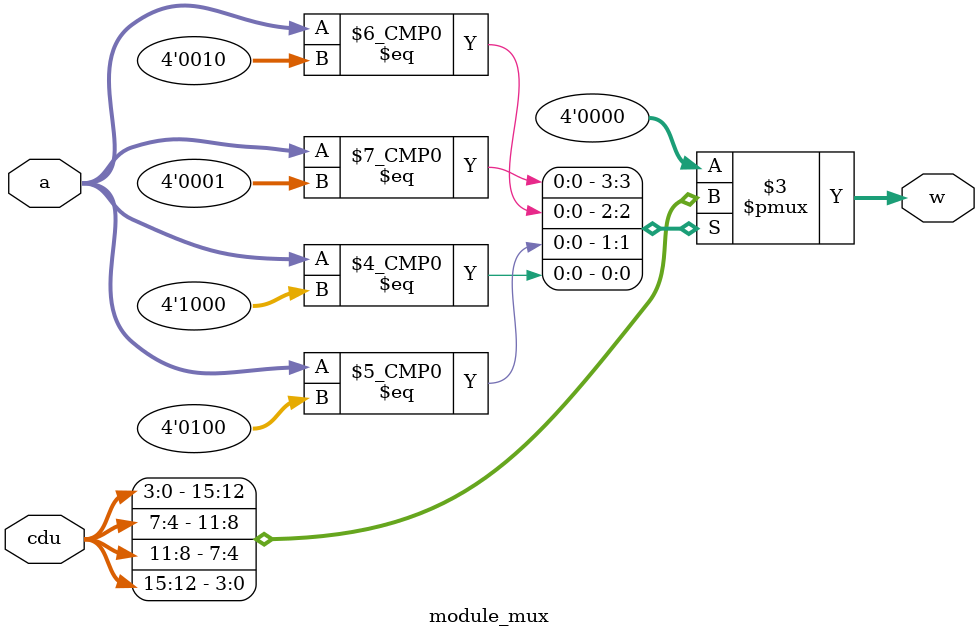
<source format=sv>
`timescale 1ns/1ps



module module_mux(
    input logic [3:0] a,    // Maquina de estados one-hot
    input logic [15:0] cdu,    // cdu[3:0] = unidades, cdu[7:4] = decenas, cdu[11:8] = centenas
    output logic [3:0] w    // Numero de 4 bits (salida)
);

    always_comb begin
        case (a)
            4'b0001: w = cdu[3:0];      // unidades
            4'b0010: w = cdu[7:4];      // decenas
            4'b0100: w = cdu[11:8];     // centenas
            4'b1000: w = cdu[15:12];    // miles
            default: w = 4'b0000;
        endcase
    end

    
endmodule
</source>
